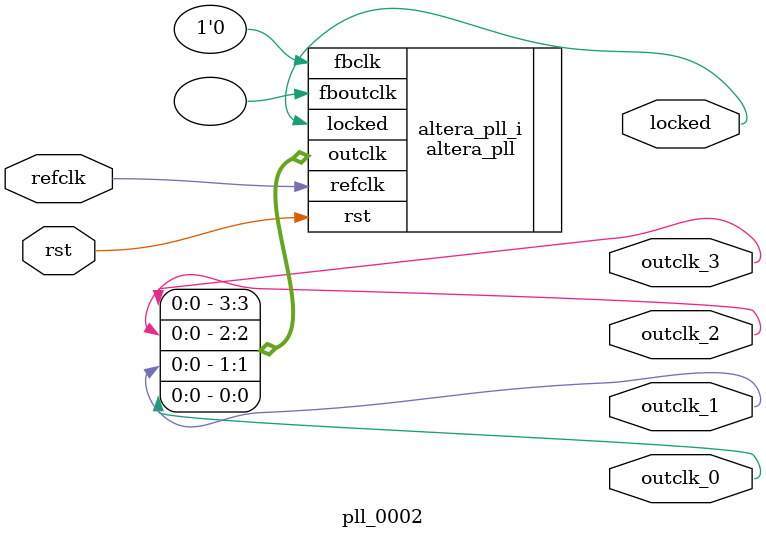
<source format=v>
`timescale 1ns/10ps
module  pll_0002(

	// interface 'refclk'
	input wire refclk,

	// interface 'reset'
	input wire rst,

	// interface 'outclk0'
	output wire outclk_0,

	// interface 'outclk1'
	output wire outclk_1,

	// interface 'outclk2'
	output wire outclk_2,

	// interface 'outclk3'
	output wire outclk_3,

	// interface 'locked'
	output wire locked
);

	altera_pll #(
		.fractional_vco_multiplier("true"),
		.reference_clock_frequency("74.2 MHz"),
		.operation_mode("direct"),
		.number_of_clocks(4),
		.output_clock_frequency0("113.500640 MHz"),
		.phase_shift0("0 ps"),
		.duty_cycle0(50),
		.output_clock_frequency1("28.375160 MHz"),
		.phase_shift1("0 ps"),
		.duty_cycle1(50),
		.output_clock_frequency2("7.093790 MHz"),
		.phase_shift2("0 ps"),
		.duty_cycle2(50),
		.output_clock_frequency3("7.093790 MHz"),
		.phase_shift3("35242 ps"),
		.duty_cycle3(50),
		.output_clock_frequency4("0 MHz"),
		.phase_shift4("0 ps"),
		.duty_cycle4(50),
		.output_clock_frequency5("0 MHz"),
		.phase_shift5("0 ps"),
		.duty_cycle5(50),
		.output_clock_frequency6("0 MHz"),
		.phase_shift6("0 ps"),
		.duty_cycle6(50),
		.output_clock_frequency7("0 MHz"),
		.phase_shift7("0 ps"),
		.duty_cycle7(50),
		.output_clock_frequency8("0 MHz"),
		.phase_shift8("0 ps"),
		.duty_cycle8(50),
		.output_clock_frequency9("0 MHz"),
		.phase_shift9("0 ps"),
		.duty_cycle9(50),
		.output_clock_frequency10("0 MHz"),
		.phase_shift10("0 ps"),
		.duty_cycle10(50),
		.output_clock_frequency11("0 MHz"),
		.phase_shift11("0 ps"),
		.duty_cycle11(50),
		.output_clock_frequency12("0 MHz"),
		.phase_shift12("0 ps"),
		.duty_cycle12(50),
		.output_clock_frequency13("0 MHz"),
		.phase_shift13("0 ps"),
		.duty_cycle13(50),
		.output_clock_frequency14("0 MHz"),
		.phase_shift14("0 ps"),
		.duty_cycle14(50),
		.output_clock_frequency15("0 MHz"),
		.phase_shift15("0 ps"),
		.duty_cycle15(50),
		.output_clock_frequency16("0 MHz"),
		.phase_shift16("0 ps"),
		.duty_cycle16(50),
		.output_clock_frequency17("0 MHz"),
		.phase_shift17("0 ps"),
		.duty_cycle17(50),
		.pll_type("General"),
		.pll_subtype("General")
	) altera_pll_i (
		.rst	(rst),
		.outclk	({outclk_3, outclk_2, outclk_1, outclk_0}),
		.locked	(locked),
		.fboutclk	( ),
		.fbclk	(1'b0),
		.refclk	(refclk)
	);
endmodule


</source>
